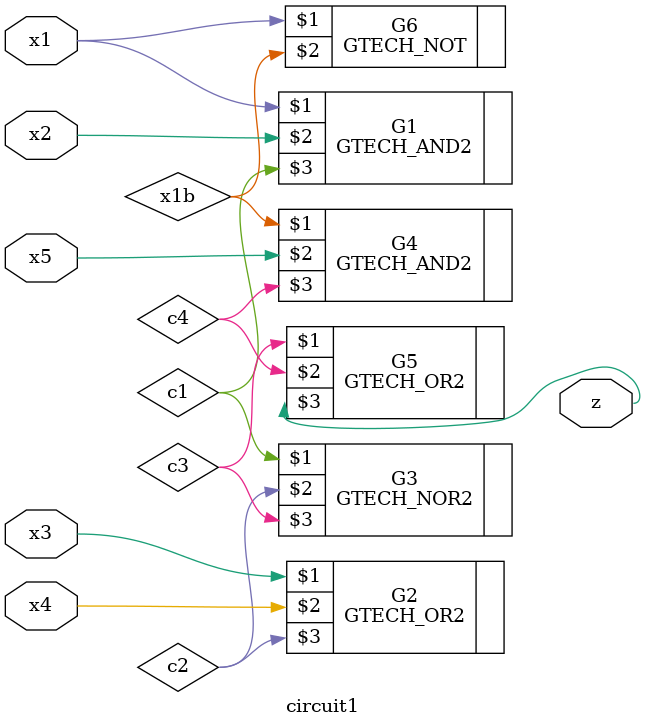
<source format=v>
`include "gtech_lib.v"
module circuit1(x1,x2,x3,x4,x5,z);
input x1,x2,x3,x4,x5;
output z;
wire c1,c2,c3,c4,x1b;


GTECH_AND2 G1(x1,x2,c1);
GTECH_OR2 G2(x3,x4,c2);
GTECH_NOR2 G3(c1,c2,c3);
GTECH_NOT G6(x1,x1b);
GTECH_AND2 G4(x1b,x5,c4);
GTECH_OR2 G5(c3,c4,z);

endmodule
</source>
